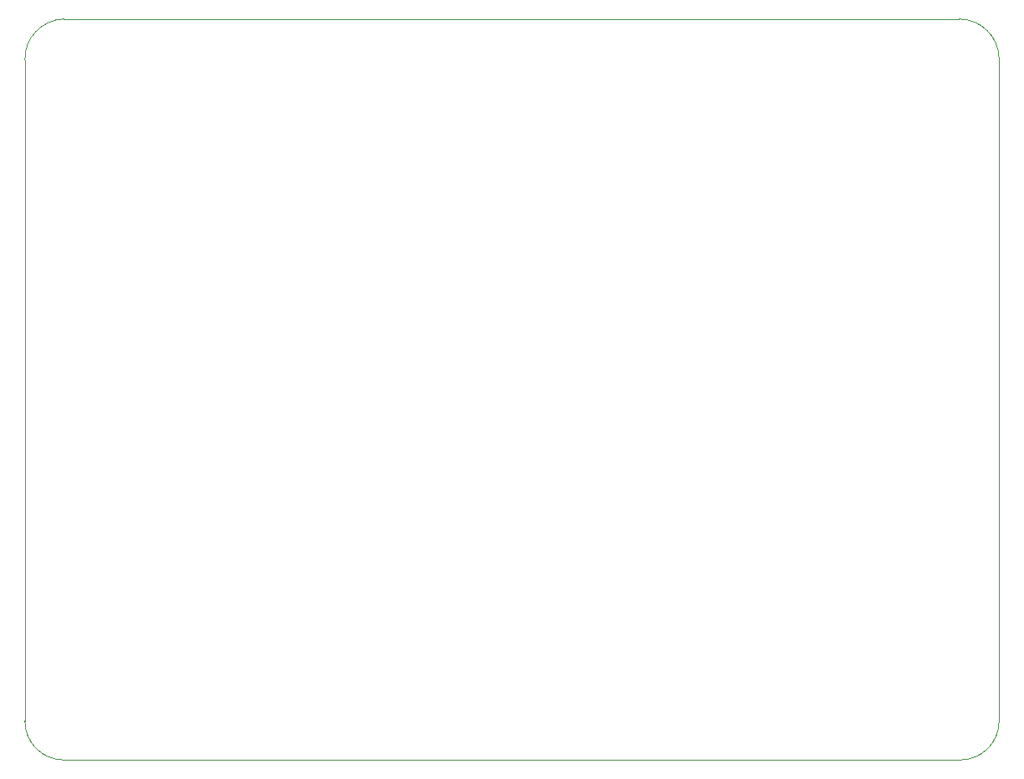
<source format=gm1>
G04 #@! TF.FileFunction,Profile,NP*
%FSLAX46Y46*%
G04 Gerber Fmt 4.6, Leading zero omitted, Abs format (unit mm)*
G04 Created by KiCad (PCBNEW 4.0.7-e2-6376~58~ubuntu14.04.1) date Thu Mar  1 20:54:12 2018*
%MOMM*%
%LPD*%
G01*
G04 APERTURE LIST*
%ADD10C,0.100000*%
G04 APERTURE END LIST*
D10*
X166116000Y-67437000D02*
X75438000Y-67437000D01*
X170180000Y-138557000D02*
X170180000Y-71501000D01*
X75438000Y-142494000D02*
X166243000Y-142494000D01*
X71501000Y-138557000D02*
X71501000Y-71628000D01*
X166243000Y-142494000D02*
G75*
G03X170180000Y-138557000I0J3937000D01*
G01*
X170180000Y-71501000D02*
G75*
G03X166116000Y-67437000I-4064000J0D01*
G01*
X75438000Y-67437000D02*
G75*
G03X71501000Y-71628000I127000J-4064000D01*
G01*
X71501000Y-138557000D02*
G75*
G03X75438000Y-142494000I3937000J0D01*
G01*
M02*

</source>
